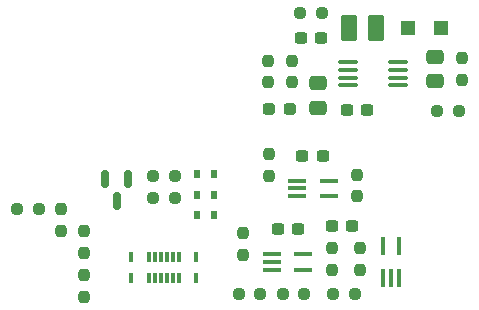
<source format=gbr>
%TF.GenerationSoftware,KiCad,Pcbnew,(6.0.6-0)*%
%TF.CreationDate,2022-07-30T19:28:33+02:00*%
%TF.ProjectId,smoke_extractorV1_1,736d6f6b-655f-4657-9874-726163746f72,rev?*%
%TF.SameCoordinates,Original*%
%TF.FileFunction,Paste,Top*%
%TF.FilePolarity,Positive*%
%FSLAX46Y46*%
G04 Gerber Fmt 4.6, Leading zero omitted, Abs format (unit mm)*
G04 Created by KiCad (PCBNEW (6.0.6-0)) date 2022-07-30 19:28:33*
%MOMM*%
%LPD*%
G01*
G04 APERTURE LIST*
G04 Aperture macros list*
%AMRoundRect*
0 Rectangle with rounded corners*
0 $1 Rounding radius*
0 $2 $3 $4 $5 $6 $7 $8 $9 X,Y pos of 4 corners*
0 Add a 4 corners polygon primitive as box body*
4,1,4,$2,$3,$4,$5,$6,$7,$8,$9,$2,$3,0*
0 Add four circle primitives for the rounded corners*
1,1,$1+$1,$2,$3*
1,1,$1+$1,$4,$5*
1,1,$1+$1,$6,$7*
1,1,$1+$1,$8,$9*
0 Add four rect primitives between the rounded corners*
20,1,$1+$1,$2,$3,$4,$5,0*
20,1,$1+$1,$4,$5,$6,$7,0*
20,1,$1+$1,$6,$7,$8,$9,0*
20,1,$1+$1,$8,$9,$2,$3,0*%
G04 Aperture macros list end*
%ADD10R,0.400000X1.500000*%
%ADD11RoundRect,0.237500X-0.250000X-0.237500X0.250000X-0.237500X0.250000X0.237500X-0.250000X0.237500X0*%
%ADD12RoundRect,0.237500X0.300000X0.237500X-0.300000X0.237500X-0.300000X-0.237500X0.300000X-0.237500X0*%
%ADD13R,0.600000X0.700000*%
%ADD14RoundRect,0.237500X-0.237500X0.250000X-0.237500X-0.250000X0.237500X-0.250000X0.237500X0.250000X0*%
%ADD15RoundRect,0.237500X0.250000X0.237500X-0.250000X0.237500X-0.250000X-0.237500X0.250000X-0.237500X0*%
%ADD16RoundRect,0.250000X-0.475000X0.337500X-0.475000X-0.337500X0.475000X-0.337500X0.475000X0.337500X0*%
%ADD17RoundRect,0.237500X0.237500X-0.250000X0.237500X0.250000X-0.237500X0.250000X-0.237500X-0.250000X0*%
%ADD18RoundRect,0.100000X-0.712500X-0.100000X0.712500X-0.100000X0.712500X0.100000X-0.712500X0.100000X0*%
%ADD19RoundRect,0.237500X-0.300000X-0.237500X0.300000X-0.237500X0.300000X0.237500X-0.300000X0.237500X0*%
%ADD20RoundRect,0.250001X-0.462499X-0.849999X0.462499X-0.849999X0.462499X0.849999X-0.462499X0.849999X0*%
%ADD21R,0.300000X0.870000*%
%ADD22RoundRect,0.237500X0.287500X0.237500X-0.287500X0.237500X-0.287500X-0.237500X0.287500X-0.237500X0*%
%ADD23R,1.500000X0.400000*%
%ADD24R,1.200000X1.200000*%
%ADD25RoundRect,0.150000X-0.150000X0.587500X-0.150000X-0.587500X0.150000X-0.587500X0.150000X0.587500X0*%
G04 APERTURE END LIST*
D10*
%TO.C,U4*%
X125600000Y-119780000D03*
X126250000Y-119780000D03*
X126900000Y-119780000D03*
X126900000Y-117120000D03*
X125600000Y-117120000D03*
%TD*%
D11*
%TO.C,R15*%
X118568701Y-97362500D03*
X120393701Y-97362500D03*
%TD*%
D12*
%TO.C,C4*%
X120343701Y-99462500D03*
X118618701Y-99462500D03*
%TD*%
D11*
%TO.C,R9*%
X107912500Y-113050000D03*
X106087500Y-113050000D03*
%TD*%
D13*
%TO.C,D2*%
X109850000Y-112750000D03*
X111250000Y-112750000D03*
%TD*%
D14*
%TO.C,R13*%
X115869531Y-109325000D03*
X115869531Y-111150000D03*
%TD*%
D15*
%TO.C,R17*%
X131979540Y-105651654D03*
X130154540Y-105651654D03*
%TD*%
D16*
%TO.C,C5*%
X130000000Y-101079091D03*
X130000000Y-103154091D03*
%TD*%
D11*
%TO.C,R3*%
X117087500Y-121200000D03*
X118912500Y-121200000D03*
%TD*%
D17*
%TO.C,R18*%
X123600000Y-119112500D03*
X123600000Y-117287500D03*
%TD*%
%TO.C,R6*%
X121250000Y-119112500D03*
X121250000Y-117287500D03*
%TD*%
D18*
%TO.C,U3*%
X122581201Y-101566591D03*
X122581201Y-102216591D03*
X122581201Y-102866591D03*
X122581201Y-103516591D03*
X126806201Y-103516591D03*
X126806201Y-102866591D03*
X126806201Y-102216591D03*
X126806201Y-101566591D03*
%TD*%
D17*
%TO.C,R5*%
X113750000Y-117862500D03*
X113750000Y-116037500D03*
%TD*%
D19*
%TO.C,C6*%
X121237500Y-115400000D03*
X122962500Y-115400000D03*
%TD*%
D20*
%TO.C,L1*%
X122668701Y-98616591D03*
X124993701Y-98616591D03*
%TD*%
D11*
%TO.C,R10*%
X106087500Y-111150000D03*
X107912500Y-111150000D03*
%TD*%
D13*
%TO.C,D3*%
X109850000Y-111000000D03*
X111250000Y-111000000D03*
%TD*%
D21*
%TO.C,J1*%
X109750000Y-118000000D03*
X108250000Y-118000000D03*
X107750000Y-118000000D03*
X107250000Y-118000000D03*
X106750000Y-118000000D03*
X106250000Y-118000000D03*
X105750000Y-118000000D03*
X104250000Y-118000000D03*
X104250000Y-119800000D03*
X105750000Y-119800000D03*
X106250000Y-119800000D03*
X106750000Y-119800000D03*
X107250000Y-119800000D03*
X107750000Y-119800000D03*
X108250000Y-119800000D03*
X109750000Y-119800000D03*
%TD*%
D22*
%TO.C,D4*%
X117656201Y-105512500D03*
X115906201Y-105512500D03*
%TD*%
D16*
%TO.C,C2*%
X120098241Y-103330745D03*
X120098241Y-105405745D03*
%TD*%
D17*
%TO.C,R2*%
X100250000Y-121412500D03*
X100250000Y-119587500D03*
%TD*%
D12*
%TO.C,C7*%
X120462500Y-109487500D03*
X118737500Y-109487500D03*
%TD*%
%TO.C,C3*%
X124210741Y-105618245D03*
X122485741Y-105618245D03*
%TD*%
D14*
%TO.C,R16*%
X132250000Y-101187500D03*
X132250000Y-103012500D03*
%TD*%
D23*
%TO.C,U5*%
X118289531Y-111587500D03*
X118289531Y-112237500D03*
X118289531Y-112887500D03*
X120949531Y-112887500D03*
X120949531Y-111587500D03*
%TD*%
D17*
%TO.C,R19*%
X123369531Y-112900000D03*
X123369531Y-111075000D03*
%TD*%
D24*
%TO.C,D5*%
X130481201Y-98616591D03*
X127681201Y-98616591D03*
%TD*%
D11*
%TO.C,R8*%
X94587500Y-114000000D03*
X96412500Y-114000000D03*
%TD*%
D14*
%TO.C,R7*%
X98300000Y-113987500D03*
X98300000Y-115812500D03*
%TD*%
D23*
%TO.C,U1*%
X116170000Y-117800000D03*
X116170000Y-118450000D03*
X116170000Y-119100000D03*
X118830000Y-119100000D03*
X118830000Y-117800000D03*
%TD*%
D12*
%TO.C,C1*%
X118362500Y-115700000D03*
X116637500Y-115700000D03*
%TD*%
D11*
%TO.C,R4*%
X113337500Y-121200000D03*
X115162500Y-121200000D03*
%TD*%
D14*
%TO.C,R12*%
X115831201Y-101437500D03*
X115831201Y-103262500D03*
%TD*%
D13*
%TO.C,D1*%
X109850000Y-114450000D03*
X111250000Y-114450000D03*
%TD*%
D25*
%TO.C,Q1*%
X103950000Y-111412500D03*
X102050000Y-111412500D03*
X103000000Y-113287500D03*
%TD*%
D14*
%TO.C,R14*%
X117831201Y-101437500D03*
X117831201Y-103262500D03*
%TD*%
D17*
%TO.C,R1*%
X100250000Y-117662500D03*
X100250000Y-115837500D03*
%TD*%
D15*
%TO.C,R11*%
X123187500Y-121200000D03*
X121362500Y-121200000D03*
%TD*%
M02*

</source>
